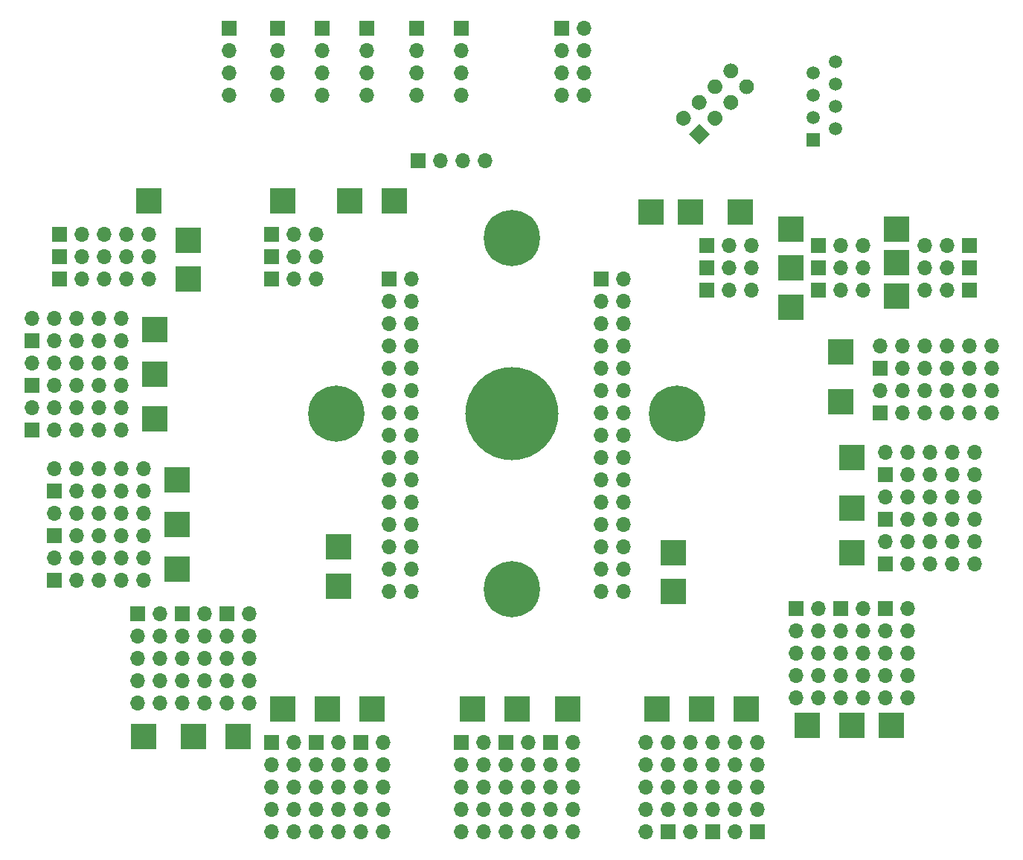
<source format=gbr>
%TF.GenerationSoftware,KiCad,Pcbnew,(5.1.9)-1*%
%TF.CreationDate,2021-04-12T23:14:19+02:00*%
%TF.ProjectId,Version1Male,56657273-696f-46e3-914d-616c652e6b69,rev?*%
%TF.SameCoordinates,Original*%
%TF.FileFunction,Soldermask,Top*%
%TF.FilePolarity,Negative*%
%FSLAX46Y46*%
G04 Gerber Fmt 4.6, Leading zero omitted, Abs format (unit mm)*
G04 Created by KiCad (PCBNEW (5.1.9)-1) date 2021-04-12 23:14:19*
%MOMM*%
%LPD*%
G01*
G04 APERTURE LIST*
%ADD10R,3.000000X3.000000*%
%ADD11C,6.400000*%
%ADD12C,1.500000*%
%ADD13R,1.500000X1.500000*%
%ADD14C,10.600000*%
%ADD15O,1.700000X1.700000*%
%ADD16R,1.700000X1.700000*%
%ADD17C,0.100000*%
G04 APERTURE END LIST*
D10*
%TO.C,TP43*%
X183515000Y-78105000D03*
%TD*%
%TO.C,TP42*%
X183515000Y-74295000D03*
%TD*%
%TO.C,TP41*%
X183515000Y-70485000D03*
%TD*%
%TO.C,TP40*%
X177165000Y-90170000D03*
%TD*%
%TO.C,TP39*%
X177165000Y-84455000D03*
%TD*%
%TO.C,TP38*%
X120015000Y-106680000D03*
%TD*%
%TO.C,TP38*%
X120015000Y-111125000D03*
%TD*%
%TO.C,TP37*%
X158115000Y-107315000D03*
%TD*%
%TO.C,TP37*%
X158115000Y-111760000D03*
%TD*%
%TO.C,TP36*%
X171450000Y-70485000D03*
%TD*%
%TO.C,TP35*%
X171450000Y-74930000D03*
%TD*%
%TO.C,TP34*%
X171450000Y-79375000D03*
%TD*%
%TO.C,TP33*%
X113665000Y-67310000D03*
%TD*%
%TO.C,TP32*%
X121285000Y-67310000D03*
%TD*%
%TO.C,TP31*%
X126365000Y-67310000D03*
%TD*%
%TO.C,TP30*%
X165735000Y-68580000D03*
%TD*%
%TO.C,TP29*%
X160020000Y-68580000D03*
%TD*%
%TO.C,TP28*%
X155575000Y-68580000D03*
%TD*%
%TO.C,TP27*%
X98425000Y-67310000D03*
%TD*%
%TO.C,TP26*%
X102870000Y-71755000D03*
%TD*%
%TO.C,TP25*%
X102870000Y-76200000D03*
%TD*%
%TO.C,TP24*%
X99060000Y-81915000D03*
%TD*%
%TO.C,TP23*%
X99060000Y-86995000D03*
%TD*%
%TO.C,TP22*%
X99060000Y-92075000D03*
%TD*%
%TO.C,TP21*%
X101600000Y-99060000D03*
%TD*%
%TO.C,TP20*%
X101600000Y-104140000D03*
%TD*%
%TO.C,TP19*%
X101600000Y-109220000D03*
%TD*%
%TO.C,TP18*%
X108585000Y-128270000D03*
%TD*%
%TO.C,TP17*%
X103505000Y-128270000D03*
%TD*%
%TO.C,TP16*%
X97790000Y-128270000D03*
%TD*%
%TO.C,TP15*%
X178435000Y-96520000D03*
%TD*%
%TO.C,TP14*%
X178435000Y-102235000D03*
%TD*%
%TO.C,TP13*%
X178435000Y-107315000D03*
%TD*%
%TO.C,TP12*%
X182880000Y-127000000D03*
%TD*%
%TO.C,TP11*%
X178435000Y-127000000D03*
%TD*%
%TO.C,TP10*%
X173355000Y-127000000D03*
%TD*%
%TO.C,TP9*%
X166370000Y-125095000D03*
%TD*%
%TO.C,TP8*%
X161290000Y-125095000D03*
%TD*%
%TO.C,TP7*%
X156210000Y-125095000D03*
%TD*%
%TO.C,TP6*%
X146050000Y-125095000D03*
%TD*%
%TO.C,TP5*%
X140335000Y-125095000D03*
%TD*%
%TO.C,TP4*%
X135255000Y-125095000D03*
%TD*%
%TO.C,TP3*%
X123825000Y-125095000D03*
%TD*%
%TO.C,TP2*%
X118745000Y-125095000D03*
%TD*%
%TO.C,TP1*%
X113665000Y-125095000D03*
%TD*%
D11*
%TO.C,REF\u002A\u002A*%
X139750000Y-71500000D03*
%TD*%
%TO.C,REF\u002A\u002A*%
X119750000Y-91500000D03*
%TD*%
%TO.C,REF\u002A\u002A*%
X139750000Y-111500000D03*
%TD*%
%TO.C,REF\u002A\u002A*%
X158500000Y-91500000D03*
%TD*%
D12*
%TO.C,J49*%
X176530000Y-53975000D03*
X176530000Y-51435000D03*
X176530000Y-59055000D03*
D13*
X173990000Y-60325000D03*
D12*
X173990000Y-52705000D03*
X176530000Y-56515000D03*
X173990000Y-55245000D03*
X173990000Y-57785000D03*
%TD*%
D14*
%TO.C,REF\u002A\u002A*%
X139750000Y-91500000D03*
%TD*%
D15*
%TO.C,J59*%
X147955000Y-55245000D03*
X145415000Y-55245000D03*
X147955000Y-52705000D03*
X145415000Y-52705000D03*
X147955000Y-50165000D03*
X145415000Y-50165000D03*
X147955000Y-47625000D03*
D16*
X145415000Y-47625000D03*
%TD*%
%TO.C,J58*%
G36*
G01*
X165229143Y-53106836D02*
X165229143Y-53106836D01*
G75*
G02*
X164027061Y-53106836I-601041J601041D01*
G01*
X164027061Y-53106836D01*
G75*
G02*
X164027061Y-51904754I601041J601041D01*
G01*
X164027061Y-51904754D01*
G75*
G02*
X165229143Y-51904754I601041J-601041D01*
G01*
X165229143Y-51904754D01*
G75*
G02*
X165229143Y-53106836I-601041J-601041D01*
G01*
G37*
G36*
G01*
X167025195Y-54902887D02*
X167025195Y-54902887D01*
G75*
G02*
X165823113Y-54902887I-601041J601041D01*
G01*
X165823113Y-54902887D01*
G75*
G02*
X165823113Y-53700805I601041J601041D01*
G01*
X165823113Y-53700805D01*
G75*
G02*
X167025195Y-53700805I601041J-601041D01*
G01*
X167025195Y-53700805D01*
G75*
G02*
X167025195Y-54902887I-601041J-601041D01*
G01*
G37*
G36*
G01*
X163433092Y-54902887D02*
X163433092Y-54902887D01*
G75*
G02*
X162231010Y-54902887I-601041J601041D01*
G01*
X162231010Y-54902887D01*
G75*
G02*
X162231010Y-53700805I601041J601041D01*
G01*
X162231010Y-53700805D01*
G75*
G02*
X163433092Y-53700805I601041J-601041D01*
G01*
X163433092Y-53700805D01*
G75*
G02*
X163433092Y-54902887I-601041J-601041D01*
G01*
G37*
G36*
G01*
X165229143Y-56698939D02*
X165229143Y-56698939D01*
G75*
G02*
X164027061Y-56698939I-601041J601041D01*
G01*
X164027061Y-56698939D01*
G75*
G02*
X164027061Y-55496857I601041J601041D01*
G01*
X164027061Y-55496857D01*
G75*
G02*
X165229143Y-55496857I601041J-601041D01*
G01*
X165229143Y-55496857D01*
G75*
G02*
X165229143Y-56698939I-601041J-601041D01*
G01*
G37*
G36*
G01*
X161637041Y-56698939D02*
X161637041Y-56698939D01*
G75*
G02*
X160434959Y-56698939I-601041J601041D01*
G01*
X160434959Y-56698939D01*
G75*
G02*
X160434959Y-55496857I601041J601041D01*
G01*
X160434959Y-55496857D01*
G75*
G02*
X161637041Y-55496857I601041J-601041D01*
G01*
X161637041Y-55496857D01*
G75*
G02*
X161637041Y-56698939I-601041J-601041D01*
G01*
G37*
G36*
G01*
X163433092Y-58494990D02*
X163433092Y-58494990D01*
G75*
G02*
X162231010Y-58494990I-601041J601041D01*
G01*
X162231010Y-58494990D01*
G75*
G02*
X162231010Y-57292908I601041J601041D01*
G01*
X162231010Y-57292908D01*
G75*
G02*
X163433092Y-57292908I601041J-601041D01*
G01*
X163433092Y-57292908D01*
G75*
G02*
X163433092Y-58494990I-601041J-601041D01*
G01*
G37*
G36*
G01*
X159840990Y-58494990D02*
X159840990Y-58494990D01*
G75*
G02*
X158638908Y-58494990I-601041J601041D01*
G01*
X158638908Y-58494990D01*
G75*
G02*
X158638908Y-57292908I601041J601041D01*
G01*
X158638908Y-57292908D01*
G75*
G02*
X159840990Y-57292908I601041J-601041D01*
G01*
X159840990Y-57292908D01*
G75*
G02*
X159840990Y-58494990I-601041J-601041D01*
G01*
G37*
D17*
G36*
X162238082Y-59690000D02*
G01*
X161036000Y-60892082D01*
X159833918Y-59690000D01*
X161036000Y-58487918D01*
X162238082Y-59690000D01*
G37*
%TD*%
D15*
%TO.C,J57*%
X186690000Y-77470000D03*
X189230000Y-77470000D03*
D16*
X191770000Y-77470000D03*
%TD*%
D15*
%TO.C,J56*%
X186690000Y-74930000D03*
X189230000Y-74930000D03*
D16*
X191770000Y-74930000D03*
%TD*%
D15*
%TO.C,J55*%
X165100000Y-128970000D03*
X167640000Y-128970000D03*
X165100000Y-131510000D03*
X167640000Y-131510000D03*
X165100000Y-134050000D03*
X167640000Y-134050000D03*
X165100000Y-136590000D03*
X167640000Y-136590000D03*
X165100000Y-139130000D03*
D16*
X167640000Y-139130000D03*
%TD*%
D15*
%TO.C,J54*%
X120015000Y-139065000D03*
X117475000Y-139065000D03*
X120015000Y-136525000D03*
X117475000Y-136525000D03*
X120015000Y-133985000D03*
X117475000Y-133985000D03*
X120015000Y-131445000D03*
X117475000Y-131445000D03*
X120015000Y-128905000D03*
D16*
X117475000Y-128905000D03*
%TD*%
D15*
%TO.C,J53*%
X114935000Y-139065000D03*
X112395000Y-139065000D03*
X114935000Y-136525000D03*
X112395000Y-136525000D03*
X114935000Y-133985000D03*
X112395000Y-133985000D03*
X114935000Y-131445000D03*
X112395000Y-131445000D03*
X114935000Y-128905000D03*
D16*
X112395000Y-128905000D03*
%TD*%
D15*
%TO.C,J52*%
X95250000Y-80645000D03*
X95250000Y-83185000D03*
X92710000Y-80645000D03*
X92710000Y-83185000D03*
X90170000Y-80645000D03*
X90170000Y-83185000D03*
X87630000Y-80645000D03*
X87630000Y-83185000D03*
X85090000Y-80645000D03*
D16*
X85090000Y-83185000D03*
%TD*%
D15*
%TO.C,J51*%
X95250000Y-85725000D03*
X95250000Y-88265000D03*
X92710000Y-85725000D03*
X92710000Y-88265000D03*
X90170000Y-85725000D03*
X90170000Y-88265000D03*
X87630000Y-85725000D03*
X87630000Y-88265000D03*
X85090000Y-85725000D03*
D16*
X85090000Y-88265000D03*
%TD*%
D15*
%TO.C,J50*%
X95250000Y-90805000D03*
X95250000Y-93345000D03*
X92710000Y-90805000D03*
X92710000Y-93345000D03*
X90170000Y-90805000D03*
X90170000Y-93345000D03*
X87630000Y-90805000D03*
X87630000Y-93345000D03*
X85090000Y-90805000D03*
D16*
X85090000Y-93345000D03*
%TD*%
D15*
%TO.C,J48*%
X97790000Y-97790000D03*
X97790000Y-100330000D03*
X95250000Y-97790000D03*
X95250000Y-100330000D03*
X92710000Y-97790000D03*
X92710000Y-100330000D03*
X90170000Y-97790000D03*
X90170000Y-100330000D03*
X87630000Y-97790000D03*
D16*
X87630000Y-100330000D03*
%TD*%
D15*
%TO.C,J47*%
X97790000Y-102870000D03*
X97790000Y-105410000D03*
X95250000Y-102870000D03*
X95250000Y-105410000D03*
X92710000Y-102870000D03*
X92710000Y-105410000D03*
X90170000Y-102870000D03*
X90170000Y-105410000D03*
X87630000Y-102870000D03*
D16*
X87630000Y-105410000D03*
%TD*%
D15*
%TO.C,J46*%
X97790000Y-107950000D03*
X97790000Y-110490000D03*
X95250000Y-107950000D03*
X95250000Y-110490000D03*
X92710000Y-107950000D03*
X92710000Y-110490000D03*
X90170000Y-107950000D03*
X90170000Y-110490000D03*
X87630000Y-107950000D03*
D16*
X87630000Y-110490000D03*
%TD*%
D15*
%TO.C,J45*%
X98425000Y-71120000D03*
X95885000Y-71120000D03*
X93345000Y-71120000D03*
X90805000Y-71120000D03*
D16*
X88265000Y-71120000D03*
%TD*%
D15*
%TO.C,J44*%
X109855000Y-124460000D03*
X107315000Y-124460000D03*
X109855000Y-121920000D03*
X107315000Y-121920000D03*
X109855000Y-119380000D03*
X107315000Y-119380000D03*
X109855000Y-116840000D03*
X107315000Y-116840000D03*
X109855000Y-114300000D03*
D16*
X107315000Y-114300000D03*
%TD*%
D15*
%TO.C,J43*%
X104775000Y-124460000D03*
X102235000Y-124460000D03*
X104775000Y-121920000D03*
X102235000Y-121920000D03*
X104775000Y-119380000D03*
X102235000Y-119380000D03*
X104775000Y-116840000D03*
X102235000Y-116840000D03*
X104775000Y-114300000D03*
D16*
X102235000Y-114300000D03*
%TD*%
D15*
%TO.C,J42*%
X99695000Y-124460000D03*
X97155000Y-124460000D03*
X99695000Y-121920000D03*
X97155000Y-121920000D03*
X99695000Y-119380000D03*
X97155000Y-119380000D03*
X99695000Y-116840000D03*
X97155000Y-116840000D03*
X99695000Y-114300000D03*
D16*
X97155000Y-114300000D03*
%TD*%
D15*
%TO.C,J41*%
X192405000Y-95885000D03*
X192405000Y-98425000D03*
X189865000Y-95885000D03*
X189865000Y-98425000D03*
X187325000Y-95885000D03*
X187325000Y-98425000D03*
X184785000Y-95885000D03*
X184785000Y-98425000D03*
X182245000Y-95885000D03*
D16*
X182245000Y-98425000D03*
%TD*%
D15*
%TO.C,J40*%
X192405000Y-100965000D03*
X192405000Y-103505000D03*
X189865000Y-100965000D03*
X189865000Y-103505000D03*
X187325000Y-100965000D03*
X187325000Y-103505000D03*
X184785000Y-100965000D03*
X184785000Y-103505000D03*
X182245000Y-100965000D03*
D16*
X182245000Y-103505000D03*
%TD*%
D15*
%TO.C,J39*%
X192405000Y-106045000D03*
X192405000Y-108585000D03*
X189865000Y-106045000D03*
X189865000Y-108585000D03*
X187325000Y-106045000D03*
X187325000Y-108585000D03*
X184785000Y-106045000D03*
X184785000Y-108585000D03*
X182245000Y-106045000D03*
D16*
X182245000Y-108585000D03*
%TD*%
D15*
%TO.C,J38*%
X184785000Y-123825000D03*
X182245000Y-123825000D03*
X184785000Y-121285000D03*
X182245000Y-121285000D03*
X184785000Y-118745000D03*
X182245000Y-118745000D03*
X184785000Y-116205000D03*
X182245000Y-116205000D03*
X184785000Y-113665000D03*
D16*
X182245000Y-113665000D03*
%TD*%
D15*
%TO.C,J37*%
X186690000Y-72390000D03*
X189230000Y-72390000D03*
D16*
X191770000Y-72390000D03*
%TD*%
D15*
%TO.C,J36*%
X179705000Y-72390000D03*
X177165000Y-72390000D03*
D16*
X174625000Y-72390000D03*
%TD*%
D15*
%TO.C,J35*%
X117475000Y-71120000D03*
X114935000Y-71120000D03*
D16*
X112395000Y-71120000D03*
%TD*%
D15*
%TO.C,J34*%
X167005000Y-72390000D03*
X164465000Y-72390000D03*
D16*
X161925000Y-72390000D03*
%TD*%
D15*
%TO.C,J33*%
X98425000Y-73660000D03*
X95885000Y-73660000D03*
X93345000Y-73660000D03*
X90805000Y-73660000D03*
D16*
X88265000Y-73660000D03*
%TD*%
D15*
%TO.C,J32*%
X179705000Y-123825000D03*
X177165000Y-123825000D03*
X179705000Y-121285000D03*
X177165000Y-121285000D03*
X179705000Y-118745000D03*
X177165000Y-118745000D03*
X179705000Y-116205000D03*
X177165000Y-116205000D03*
X179705000Y-113665000D03*
D16*
X177165000Y-113665000D03*
%TD*%
D15*
%TO.C,J31*%
X174625000Y-123825000D03*
X172085000Y-123825000D03*
X174625000Y-121285000D03*
X172085000Y-121285000D03*
X174625000Y-118745000D03*
X172085000Y-118745000D03*
X174625000Y-116205000D03*
X172085000Y-116205000D03*
X174625000Y-113665000D03*
D16*
X172085000Y-113665000D03*
%TD*%
D15*
%TO.C,J30*%
X160020000Y-128970000D03*
X162560000Y-128970000D03*
X160020000Y-131510000D03*
X162560000Y-131510000D03*
X160020000Y-134050000D03*
X162560000Y-134050000D03*
X160020000Y-136590000D03*
X162560000Y-136590000D03*
X160020000Y-139130000D03*
D16*
X162560000Y-139130000D03*
%TD*%
D15*
%TO.C,J29*%
X154940000Y-128970000D03*
X157480000Y-128970000D03*
X154940000Y-131510000D03*
X157480000Y-131510000D03*
X154940000Y-134050000D03*
X157480000Y-134050000D03*
X154940000Y-136590000D03*
X157480000Y-136590000D03*
X154940000Y-139130000D03*
D16*
X157480000Y-139130000D03*
%TD*%
D15*
%TO.C,J28*%
X146685000Y-139065000D03*
X144145000Y-139065000D03*
X146685000Y-136525000D03*
X144145000Y-136525000D03*
X146685000Y-133985000D03*
X144145000Y-133985000D03*
X146685000Y-131445000D03*
X144145000Y-131445000D03*
X146685000Y-128905000D03*
D16*
X144145000Y-128905000D03*
%TD*%
D15*
%TO.C,J27*%
X141605000Y-139065000D03*
X139065000Y-139065000D03*
X141605000Y-136525000D03*
X139065000Y-136525000D03*
X141605000Y-133985000D03*
X139065000Y-133985000D03*
X141605000Y-131445000D03*
X139065000Y-131445000D03*
X141605000Y-128905000D03*
D16*
X139065000Y-128905000D03*
%TD*%
D15*
%TO.C,J26*%
X136525000Y-139065000D03*
X133985000Y-139065000D03*
X136525000Y-136525000D03*
X133985000Y-136525000D03*
X136525000Y-133985000D03*
X133985000Y-133985000D03*
X136525000Y-131445000D03*
X133985000Y-131445000D03*
X136525000Y-128905000D03*
D16*
X133985000Y-128905000D03*
%TD*%
D15*
%TO.C,J25*%
X179705000Y-74930000D03*
X177165000Y-74930000D03*
D16*
X174625000Y-74930000D03*
%TD*%
D15*
%TO.C,J24*%
X117475000Y-73660000D03*
X114935000Y-73660000D03*
D16*
X112395000Y-73660000D03*
%TD*%
D15*
%TO.C,J23*%
X167005000Y-74930000D03*
X164465000Y-74930000D03*
D16*
X161925000Y-74930000D03*
%TD*%
D15*
%TO.C,J22*%
X98425000Y-76200000D03*
X95885000Y-76200000D03*
X93345000Y-76200000D03*
X90805000Y-76200000D03*
D16*
X88265000Y-76200000D03*
%TD*%
D15*
%TO.C,J21*%
X179705000Y-77470000D03*
X177165000Y-77470000D03*
D16*
X174625000Y-77470000D03*
%TD*%
D15*
%TO.C,J20*%
X117475000Y-76200000D03*
X114935000Y-76200000D03*
D16*
X112395000Y-76200000D03*
%TD*%
D15*
%TO.C,J19*%
X167005000Y-77470000D03*
X164465000Y-77470000D03*
D16*
X161925000Y-77470000D03*
%TD*%
D15*
%TO.C,J18*%
X125095000Y-139065000D03*
X122555000Y-139065000D03*
X125095000Y-136525000D03*
X122555000Y-136525000D03*
X125095000Y-133985000D03*
X122555000Y-133985000D03*
X125095000Y-131445000D03*
X122555000Y-131445000D03*
X125095000Y-128905000D03*
D16*
X122555000Y-128905000D03*
%TD*%
D15*
%TO.C,J17*%
X113030000Y-55245000D03*
X113030000Y-52705000D03*
X113030000Y-50165000D03*
D16*
X113030000Y-47625000D03*
%TD*%
D15*
%TO.C,J15*%
X136652000Y-62738000D03*
X134112000Y-62738000D03*
X131572000Y-62738000D03*
D16*
X129032000Y-62738000D03*
%TD*%
D15*
%TO.C,J14*%
X107560000Y-55245000D03*
X107560000Y-52705000D03*
X107560000Y-50165000D03*
D16*
X107560000Y-47625000D03*
%TD*%
D15*
%TO.C,J12*%
X128905000Y-55245000D03*
X128905000Y-52705000D03*
X128905000Y-50165000D03*
D16*
X128905000Y-47625000D03*
%TD*%
D15*
%TO.C,J9*%
X133985000Y-55245000D03*
X133985000Y-52705000D03*
X133985000Y-50165000D03*
D16*
X133985000Y-47625000D03*
%TD*%
D15*
%TO.C,J7*%
X194310000Y-88900000D03*
X194310000Y-91440000D03*
X191770000Y-88900000D03*
X191770000Y-91440000D03*
X189230000Y-88900000D03*
X189230000Y-91440000D03*
X186690000Y-88900000D03*
X186690000Y-91440000D03*
X184150000Y-88900000D03*
X184150000Y-91440000D03*
X181610000Y-88900000D03*
D16*
X181610000Y-91440000D03*
%TD*%
D15*
%TO.C,J6*%
X123190000Y-55245000D03*
X123190000Y-52705000D03*
X123190000Y-50165000D03*
D16*
X123190000Y-47625000D03*
%TD*%
D15*
%TO.C,J4*%
X118110000Y-55245000D03*
X118110000Y-52705000D03*
X118110000Y-50165000D03*
D16*
X118110000Y-47625000D03*
%TD*%
D15*
%TO.C,J3*%
X128270000Y-111760000D03*
X125730000Y-111760000D03*
X128270000Y-109220000D03*
X125730000Y-109220000D03*
X128270000Y-106680000D03*
X125730000Y-106680000D03*
X128270000Y-104140000D03*
X125730000Y-104140000D03*
X128270000Y-101600000D03*
X125730000Y-101600000D03*
X128270000Y-99060000D03*
X125730000Y-99060000D03*
X128270000Y-96520000D03*
X125730000Y-96520000D03*
X128270000Y-93980000D03*
X125730000Y-93980000D03*
X128270000Y-91440000D03*
X125730000Y-91440000D03*
X128270000Y-88900000D03*
X125730000Y-88900000D03*
X128270000Y-86360000D03*
X125730000Y-86360000D03*
X128270000Y-83820000D03*
X125730000Y-83820000D03*
X128270000Y-81280000D03*
X125730000Y-81280000D03*
X128270000Y-78740000D03*
X125730000Y-78740000D03*
X128270000Y-76200000D03*
D16*
X125730000Y-76200000D03*
%TD*%
D15*
%TO.C,J2*%
X194310000Y-83820000D03*
X194310000Y-86360000D03*
X191770000Y-83820000D03*
X191770000Y-86360000D03*
X189230000Y-83820000D03*
X189230000Y-86360000D03*
X186690000Y-83820000D03*
X186690000Y-86360000D03*
X184150000Y-83820000D03*
X184150000Y-86360000D03*
X181610000Y-83820000D03*
D16*
X181610000Y-86360000D03*
%TD*%
D15*
%TO.C,J1*%
X152400000Y-111760000D03*
X149860000Y-111760000D03*
X152400000Y-109220000D03*
X149860000Y-109220000D03*
X152400000Y-106680000D03*
X149860000Y-106680000D03*
X152400000Y-104140000D03*
X149860000Y-104140000D03*
X152400000Y-101600000D03*
X149860000Y-101600000D03*
X152400000Y-99060000D03*
X149860000Y-99060000D03*
X152400000Y-96520000D03*
X149860000Y-96520000D03*
X152400000Y-93980000D03*
X149860000Y-93980000D03*
X152400000Y-91440000D03*
X149860000Y-91440000D03*
X152400000Y-88900000D03*
X149860000Y-88900000D03*
X152400000Y-86360000D03*
X149860000Y-86360000D03*
X152400000Y-83820000D03*
X149860000Y-83820000D03*
X152400000Y-81280000D03*
X149860000Y-81280000D03*
X152400000Y-78740000D03*
X149860000Y-78740000D03*
X152400000Y-76200000D03*
D16*
X149860000Y-76200000D03*
%TD*%
M02*

</source>
